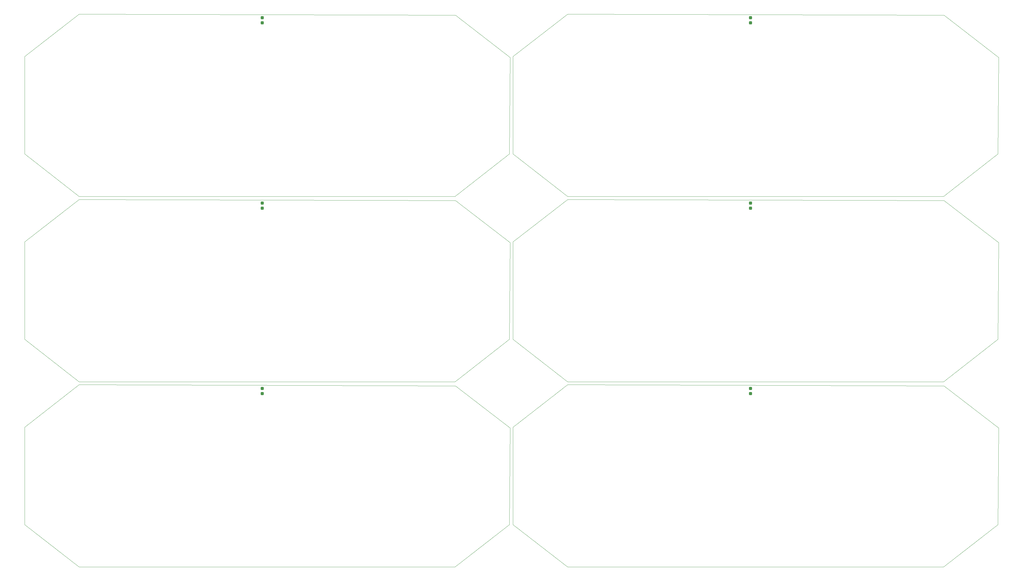
<source format=gbr>
%TF.GenerationSoftware,KiCad,Pcbnew,7.0.6-7.0.6~ubuntu20.04.1*%
%TF.CreationDate,2023-07-11T09:09:46+02:00*%
%TF.ProjectId,output_panel2023-07-11_070926.4017960000,6f757470-7574-45f7-9061-6e656c323032,rev?*%
%TF.SameCoordinates,Original*%
%TF.FileFunction,Paste,Bot*%
%TF.FilePolarity,Positive*%
%FSLAX45Y45*%
G04 Gerber Fmt 4.5, Leading zero omitted, Abs format (unit mm)*
G04 Created by KiCad (PCBNEW 7.0.6-7.0.6~ubuntu20.04.1) date 2023-07-11 09:09:46*
%MOMM*%
%LPD*%
G01*
G04 APERTURE LIST*
G04 Aperture macros list*
%AMRoundRect*
0 Rectangle with rounded corners*
0 $1 Rounding radius*
0 $2 $3 $4 $5 $6 $7 $8 $9 X,Y pos of 4 corners*
0 Add a 4 corners polygon primitive as box body*
4,1,4,$2,$3,$4,$5,$6,$7,$8,$9,$2,$3,0*
0 Add four circle primitives for the rounded corners*
1,1,$1+$1,$2,$3*
1,1,$1+$1,$4,$5*
1,1,$1+$1,$6,$7*
1,1,$1+$1,$8,$9*
0 Add four rect primitives between the rounded corners*
20,1,$1+$1,$2,$3,$4,$5,0*
20,1,$1+$1,$4,$5,$6,$7,0*
20,1,$1+$1,$6,$7,$8,$9,0*
20,1,$1+$1,$8,$9,$2,$3,0*%
G04 Aperture macros list end*
%TA.AperFunction,Profile*%
%ADD10C,0.100000*%
%TD*%
%ADD11RoundRect,0.237500X-0.237500X0.300000X-0.237500X-0.300000X0.237500X-0.300000X0.237500X0.300000X0*%
G04 APERTURE END LIST*
D10*
X30389999Y-6209999D02*
X32189999Y-7599999D01*
X1850000Y-12289999D02*
X14270000Y-12329999D01*
X16050000Y-4670000D02*
X14250000Y-6070000D01*
X14250000Y-12189999D02*
X1850000Y-12189999D01*
X17969999Y-6169999D02*
X30389999Y-6209999D01*
X32189999Y-7599999D02*
X32169999Y-10789999D01*
X16169999Y-1450000D02*
X17969999Y-50000D01*
X17969999Y-18309999D02*
X16169999Y-16909999D01*
X1850000Y-12189999D02*
X50000Y-10789999D01*
X50000Y-16909999D02*
X50000Y-13689999D01*
X14270000Y-6209999D02*
X16070000Y-7599999D01*
X1850000Y-50000D02*
X14270000Y-90000D01*
X32189999Y-13719999D02*
X32169999Y-16909999D01*
X32169999Y-10789999D02*
X30369999Y-12189999D01*
X50000Y-1450000D02*
X1850000Y-50000D01*
X32169999Y-16909999D02*
X30369999Y-18309999D01*
X16169999Y-10789999D02*
X16169999Y-7569999D01*
X16070000Y-7599999D02*
X16050000Y-10789999D01*
X32169999Y-4670000D02*
X30369999Y-6070000D01*
X17969999Y-12289999D02*
X30389999Y-12329999D01*
X50000Y-7569999D02*
X1850000Y-6169999D01*
X16070000Y-13719999D02*
X16050000Y-16909999D01*
X30369999Y-18309999D02*
X17969999Y-18309999D01*
X14270000Y-90000D02*
X16070000Y-1480000D01*
X50000Y-10789999D02*
X50000Y-7569999D01*
X30369999Y-12189999D02*
X17969999Y-12189999D01*
X17969999Y-6070000D02*
X16169999Y-4670000D01*
X16050000Y-16909999D02*
X14250000Y-18309999D01*
X50000Y-4670000D02*
X50000Y-1450000D01*
X30389999Y-12329999D02*
X32189999Y-13719999D01*
X1850000Y-6169999D02*
X14270000Y-6209999D01*
X16050000Y-10789999D02*
X14250000Y-12189999D01*
X50000Y-13689999D02*
X1850000Y-12289999D01*
X14270000Y-12329999D02*
X16070000Y-13719999D01*
X30369999Y-6070000D02*
X17969999Y-6070000D01*
X1850000Y-6070000D02*
X50000Y-4670000D01*
X30389999Y-90000D02*
X32189999Y-1480000D01*
X32189999Y-1480000D02*
X32169999Y-4670000D01*
X1850000Y-18309999D02*
X50000Y-16909999D01*
X16169999Y-16909999D02*
X16169999Y-13689999D01*
X14250000Y-18309999D02*
X1850000Y-18309999D01*
X16169999Y-7569999D02*
X17969999Y-6169999D01*
X17969999Y-12189999D02*
X16169999Y-10789999D01*
X17969999Y-50000D02*
X30389999Y-90000D01*
X16169999Y-13689999D02*
X17969999Y-12289999D01*
X16070000Y-1480000D02*
X16050000Y-4670000D01*
X16169999Y-4670000D02*
X16169999Y-1450000D01*
X14250000Y-6070000D02*
X1850000Y-6070000D01*
D11*
X7890000Y-12409999D03*
X7890000Y-12582499D03*
X7890000Y-170000D03*
X7890000Y-342500D03*
X24009999Y-170000D03*
X24009999Y-342500D03*
X7890000Y-6289999D03*
X7890000Y-6462499D03*
X24009999Y-6289999D03*
X24009999Y-6462499D03*
X24009999Y-12409999D03*
X24009999Y-12582499D03*
M02*

</source>
